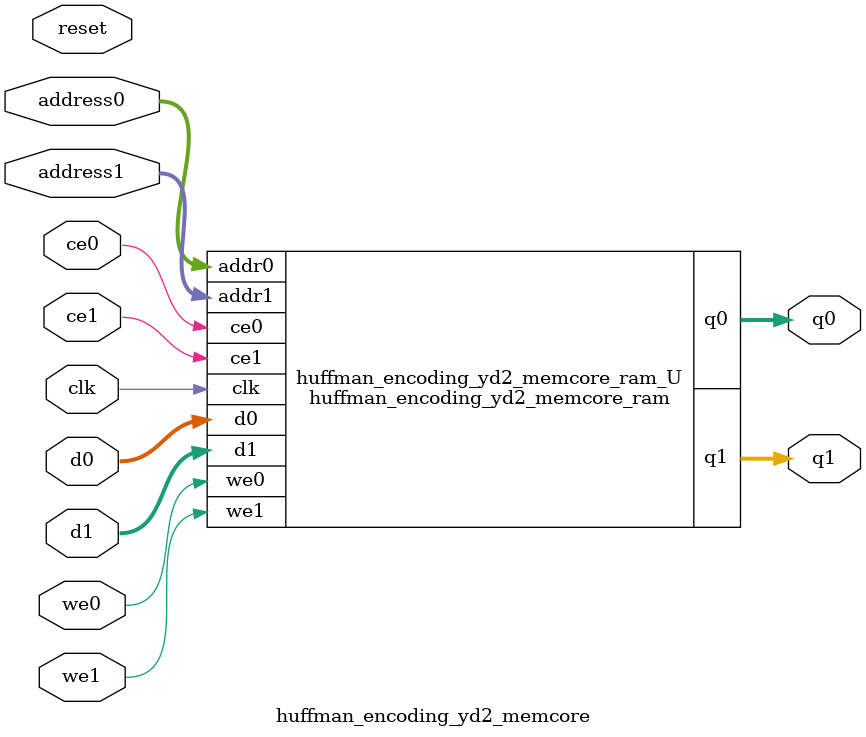
<source format=v>
`timescale 1 ns / 1 ps
module huffman_encoding_yd2_memcore_ram (addr0, ce0, d0, we0, q0, addr1, ce1, d1, we1, q1,  clk);

parameter DWIDTH = 5;
parameter AWIDTH = 9;
parameter MEM_SIZE = 512;

input[AWIDTH-1:0] addr0;
input ce0;
input[DWIDTH-1:0] d0;
input we0;
output reg[DWIDTH-1:0] q0;
input[AWIDTH-1:0] addr1;
input ce1;
input[DWIDTH-1:0] d1;
input we1;
output reg[DWIDTH-1:0] q1;
input clk;

(* ram_style = "block" *)reg [DWIDTH-1:0] ram[0:MEM_SIZE-1];




always @(posedge clk)  
begin 
    if (ce0) begin
        if (we0) 
            ram[addr0] <= d0; 
        q0 <= ram[addr0];
    end
end


always @(posedge clk)  
begin 
    if (ce1) begin
        if (we1) 
            ram[addr1] <= d1; 
        q1 <= ram[addr1];
    end
end


endmodule

`timescale 1 ns / 1 ps
module huffman_encoding_yd2_memcore(
    reset,
    clk,
    address0,
    ce0,
    we0,
    d0,
    q0,
    address1,
    ce1,
    we1,
    d1,
    q1);

parameter DataWidth = 32'd5;
parameter AddressRange = 32'd512;
parameter AddressWidth = 32'd9;
input reset;
input clk;
input[AddressWidth - 1:0] address0;
input ce0;
input we0;
input[DataWidth - 1:0] d0;
output[DataWidth - 1:0] q0;
input[AddressWidth - 1:0] address1;
input ce1;
input we1;
input[DataWidth - 1:0] d1;
output[DataWidth - 1:0] q1;



huffman_encoding_yd2_memcore_ram huffman_encoding_yd2_memcore_ram_U(
    .clk( clk ),
    .addr0( address0 ),
    .ce0( ce0 ),
    .we0( we0 ),
    .d0( d0 ),
    .q0( q0 ),
    .addr1( address1 ),
    .ce1( ce1 ),
    .we1( we1 ),
    .d1( d1 ),
    .q1( q1 ));

endmodule


</source>
